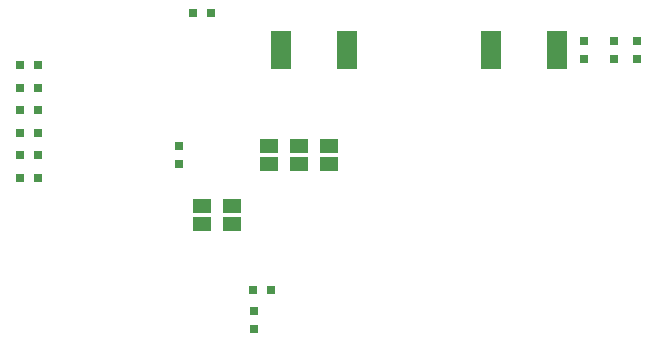
<source format=gtp>
G75*
G70*
%OFA0B0*%
%FSLAX24Y24*%
%IPPOS*%
%LPD*%
%AMOC8*
5,1,8,0,0,1.08239X$1,22.5*
%
%ADD10R,0.0300X0.0300*%
%ADD11R,0.0709X0.1260*%
%ADD12R,0.0630X0.0460*%
D10*
X010430Y003130D03*
X010430Y003730D03*
X010380Y004430D03*
X010980Y004430D03*
X007930Y008630D03*
X007930Y009230D03*
X003230Y008930D03*
X002630Y008930D03*
X002630Y008180D03*
X003230Y008180D03*
X003230Y009680D03*
X002630Y009680D03*
X002630Y010430D03*
X003230Y010430D03*
X003230Y011180D03*
X002630Y011180D03*
X002630Y011930D03*
X003230Y011930D03*
X008380Y013680D03*
X008980Y013680D03*
X021430Y012730D03*
X021430Y012130D03*
X022430Y012130D03*
X022430Y012730D03*
X023180Y012730D03*
X023180Y012130D03*
D11*
X020532Y012430D03*
X018328Y012430D03*
X013532Y012430D03*
X011328Y012430D03*
D12*
X008680Y006630D03*
X008680Y007230D03*
X009680Y007230D03*
X009680Y006630D03*
X010930Y008630D03*
X010930Y009230D03*
X011930Y009230D03*
X011930Y008630D03*
X012930Y008630D03*
X012930Y009230D03*
M02*

</source>
